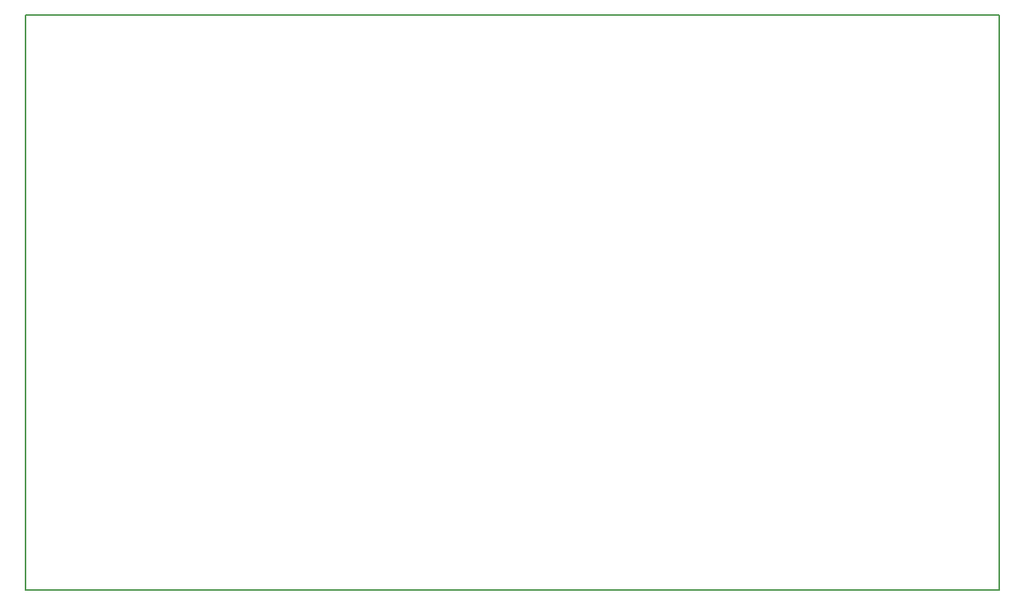
<source format=gm1>
G04 MADE WITH FRITZING*
G04 WWW.FRITZING.ORG*
G04 SINGLE SIDED*
G04 HOLES NOT PLATED*
G04 CONTOUR ON CENTER OF CONTOUR VECTOR*
%ASAXBY*%
%FSLAX23Y23*%
%MOIN*%
%OFA0B0*%
%SFA1.0B1.0*%
%ADD10R,4.330720X2.559060*%
%ADD11C,0.008000*%
%ADD10C,0.008*%
%LNCONTOUR*%
G90*
G70*
G54D10*
G54D11*
X4Y2555D02*
X4327Y2555D01*
X4327Y4D01*
X4Y4D01*
X4Y2555D01*
D02*
G04 End of contour*
M02*
</source>
